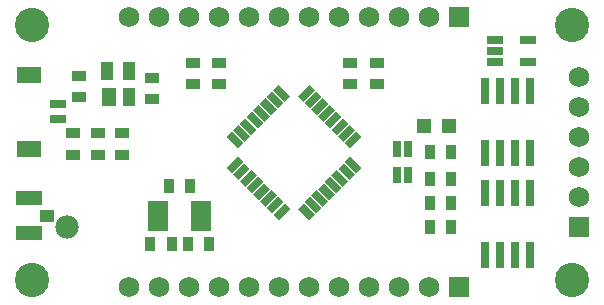
<source format=gts>
G75*
%MOIN*%
%OFA0B0*%
%FSLAX25Y25*%
%IPPOS*%
%LPD*%
%AMOC8*
5,1,8,0,0,1.08239X$1,22.5*
%
%ADD10C,0.11424*%
%ADD11R,0.05124X0.03550*%
%ADD12R,0.05400X0.02900*%
%ADD13R,0.08274X0.05400*%
%ADD14R,0.03550X0.05124*%
%ADD15R,0.02800X0.09100*%
%ADD16R,0.05400X0.02600*%
%ADD17R,0.02600X0.05400*%
%ADD18R,0.05124X0.05124*%
%ADD19R,0.04337X0.06069*%
%ADD20R,0.05124X0.06069*%
%ADD21R,0.09061X0.04534*%
%ADD22R,0.04534X0.04337*%
%ADD23C,0.07800*%
%ADD24R,0.07093X0.09849*%
%ADD25R,0.02900X0.05400*%
%ADD26R,0.06900X0.06900*%
%ADD27C,0.06900*%
%ADD28R,0.05600X0.02600*%
D10*
X0009469Y0015500D03*
X0189469Y0015500D03*
X0189469Y0100500D03*
X0009469Y0100500D03*
D11*
X0025406Y0083418D03*
X0025406Y0076332D03*
X0049781Y0075707D03*
X0049781Y0082793D03*
X0063219Y0080707D03*
X0071969Y0080707D03*
X0071969Y0087793D03*
X0063219Y0087793D03*
X0039781Y0064356D03*
X0031656Y0064356D03*
X0023219Y0064356D03*
X0023219Y0057269D03*
X0031656Y0057269D03*
X0039781Y0057269D03*
X0115719Y0080707D03*
X0124469Y0080707D03*
X0124469Y0087793D03*
X0115719Y0087793D03*
D12*
X0018376Y0073974D03*
X0018376Y0069053D03*
D13*
X0008533Y0059211D03*
X0008533Y0083817D03*
D14*
X0055300Y0046750D03*
X0062387Y0046750D03*
X0061550Y0027375D03*
X0056137Y0027375D03*
X0049050Y0027375D03*
X0068637Y0027375D03*
X0142175Y0033000D03*
X0149262Y0033000D03*
X0149262Y0041125D03*
X0142175Y0041125D03*
X0142175Y0049250D03*
X0149262Y0049250D03*
X0149262Y0058000D03*
X0142175Y0058000D03*
D15*
X0160719Y0057700D03*
X0165719Y0057700D03*
X0170719Y0057700D03*
X0175719Y0057700D03*
X0175719Y0044550D03*
X0170719Y0044550D03*
X0165719Y0044550D03*
X0160719Y0044550D03*
X0160719Y0023950D03*
X0165719Y0023950D03*
X0170719Y0023950D03*
X0175719Y0023950D03*
X0175719Y0078300D03*
X0170719Y0078300D03*
X0165719Y0078300D03*
X0160719Y0078300D03*
D16*
G36*
X0117702Y0051017D02*
X0113885Y0054834D01*
X0115724Y0056673D01*
X0119541Y0052856D01*
X0117702Y0051017D01*
G37*
G36*
X0115475Y0048790D02*
X0111658Y0052607D01*
X0113497Y0054446D01*
X0117314Y0050629D01*
X0115475Y0048790D01*
G37*
G36*
X0113248Y0046563D02*
X0109431Y0050380D01*
X0111270Y0052219D01*
X0115087Y0048402D01*
X0113248Y0046563D01*
G37*
G36*
X0111021Y0044335D02*
X0107204Y0048152D01*
X0109043Y0049991D01*
X0112860Y0046174D01*
X0111021Y0044335D01*
G37*
G36*
X0108794Y0042108D02*
X0104977Y0045925D01*
X0106816Y0047764D01*
X0110633Y0043947D01*
X0108794Y0042108D01*
G37*
G36*
X0106567Y0039881D02*
X0102750Y0043698D01*
X0104589Y0045537D01*
X0108406Y0041720D01*
X0106567Y0039881D01*
G37*
G36*
X0104340Y0037654D02*
X0100523Y0041471D01*
X0102362Y0043310D01*
X0106179Y0039493D01*
X0104340Y0037654D01*
G37*
G36*
X0102113Y0035427D02*
X0098296Y0039244D01*
X0100135Y0041083D01*
X0103952Y0037266D01*
X0102113Y0035427D01*
G37*
G36*
X0078213Y0059327D02*
X0074396Y0063144D01*
X0076235Y0064983D01*
X0080052Y0061166D01*
X0078213Y0059327D01*
G37*
G36*
X0080440Y0061554D02*
X0076623Y0065371D01*
X0078462Y0067210D01*
X0082279Y0063393D01*
X0080440Y0061554D01*
G37*
G36*
X0082667Y0063781D02*
X0078850Y0067598D01*
X0080689Y0069437D01*
X0084506Y0065620D01*
X0082667Y0063781D01*
G37*
G36*
X0084894Y0066009D02*
X0081077Y0069826D01*
X0082916Y0071665D01*
X0086733Y0067848D01*
X0084894Y0066009D01*
G37*
G36*
X0087121Y0068236D02*
X0083304Y0072053D01*
X0085143Y0073892D01*
X0088960Y0070075D01*
X0087121Y0068236D01*
G37*
G36*
X0089348Y0070463D02*
X0085531Y0074280D01*
X0087370Y0076119D01*
X0091187Y0072302D01*
X0089348Y0070463D01*
G37*
G36*
X0091575Y0072690D02*
X0087758Y0076507D01*
X0089597Y0078346D01*
X0093414Y0074529D01*
X0091575Y0072690D01*
G37*
G36*
X0093802Y0074917D02*
X0089985Y0078734D01*
X0091824Y0080573D01*
X0095641Y0076756D01*
X0093802Y0074917D01*
G37*
D17*
G36*
X0100135Y0074917D02*
X0098296Y0076756D01*
X0102113Y0080573D01*
X0103952Y0078734D01*
X0100135Y0074917D01*
G37*
G36*
X0102362Y0072690D02*
X0100523Y0074529D01*
X0104340Y0078346D01*
X0106179Y0076507D01*
X0102362Y0072690D01*
G37*
G36*
X0104589Y0070463D02*
X0102750Y0072302D01*
X0106567Y0076119D01*
X0108406Y0074280D01*
X0104589Y0070463D01*
G37*
G36*
X0106816Y0068236D02*
X0104977Y0070075D01*
X0108794Y0073892D01*
X0110633Y0072053D01*
X0106816Y0068236D01*
G37*
G36*
X0109043Y0066009D02*
X0107204Y0067848D01*
X0111021Y0071665D01*
X0112860Y0069826D01*
X0109043Y0066009D01*
G37*
G36*
X0111270Y0063781D02*
X0109431Y0065620D01*
X0113248Y0069437D01*
X0115087Y0067598D01*
X0111270Y0063781D01*
G37*
G36*
X0113497Y0061554D02*
X0111658Y0063393D01*
X0115475Y0067210D01*
X0117314Y0065371D01*
X0113497Y0061554D01*
G37*
G36*
X0115724Y0059327D02*
X0113885Y0061166D01*
X0117702Y0064983D01*
X0119541Y0063144D01*
X0115724Y0059327D01*
G37*
G36*
X0082916Y0044335D02*
X0081077Y0046174D01*
X0084894Y0049991D01*
X0086733Y0048152D01*
X0082916Y0044335D01*
G37*
G36*
X0085143Y0042108D02*
X0083304Y0043947D01*
X0087121Y0047764D01*
X0088960Y0045925D01*
X0085143Y0042108D01*
G37*
G36*
X0087370Y0039881D02*
X0085531Y0041720D01*
X0089348Y0045537D01*
X0091187Y0043698D01*
X0087370Y0039881D01*
G37*
G36*
X0089597Y0037654D02*
X0087758Y0039493D01*
X0091575Y0043310D01*
X0093414Y0041471D01*
X0089597Y0037654D01*
G37*
G36*
X0091824Y0035427D02*
X0089985Y0037266D01*
X0093802Y0041083D01*
X0095641Y0039244D01*
X0091824Y0035427D01*
G37*
G36*
X0080689Y0046563D02*
X0078850Y0048402D01*
X0082667Y0052219D01*
X0084506Y0050380D01*
X0080689Y0046563D01*
G37*
G36*
X0078462Y0048790D02*
X0076623Y0050629D01*
X0080440Y0054446D01*
X0082279Y0052607D01*
X0078462Y0048790D01*
G37*
G36*
X0076235Y0051017D02*
X0074396Y0052856D01*
X0078213Y0056673D01*
X0080052Y0054834D01*
X0076235Y0051017D01*
G37*
D18*
X0140335Y0066750D03*
X0148602Y0066750D03*
D19*
X0041959Y0076482D03*
X0041959Y0085143D03*
X0034478Y0085143D03*
D20*
X0035266Y0076482D03*
D21*
X0008473Y0042757D03*
X0008473Y0031143D03*
D22*
X0014487Y0036950D03*
D23*
X0021461Y0033290D03*
D24*
X0051560Y0036750D03*
X0066127Y0036750D03*
D25*
X0131447Y0050500D03*
X0134990Y0050500D03*
X0134990Y0059250D03*
X0131447Y0059250D03*
D26*
X0191969Y0033000D03*
X0151969Y0013000D03*
X0151969Y0103000D03*
D27*
X0141969Y0103000D03*
X0131969Y0103000D03*
X0121969Y0103000D03*
X0111969Y0103000D03*
X0101969Y0103000D03*
X0091969Y0103000D03*
X0081969Y0103000D03*
X0071969Y0103000D03*
X0061969Y0103000D03*
X0051969Y0103000D03*
X0041969Y0103000D03*
X0191969Y0083000D03*
X0191969Y0073000D03*
X0191969Y0063000D03*
X0191969Y0053000D03*
X0191969Y0043000D03*
X0141969Y0013000D03*
X0131969Y0013000D03*
X0121969Y0013000D03*
X0111969Y0013000D03*
X0101969Y0013000D03*
X0091969Y0013000D03*
X0081969Y0013000D03*
X0071969Y0013000D03*
X0061969Y0013000D03*
X0051969Y0013000D03*
X0041969Y0013000D03*
D28*
X0164069Y0088050D03*
X0164069Y0091750D03*
X0164069Y0095450D03*
X0174869Y0095450D03*
X0174869Y0088050D03*
M02*

</source>
